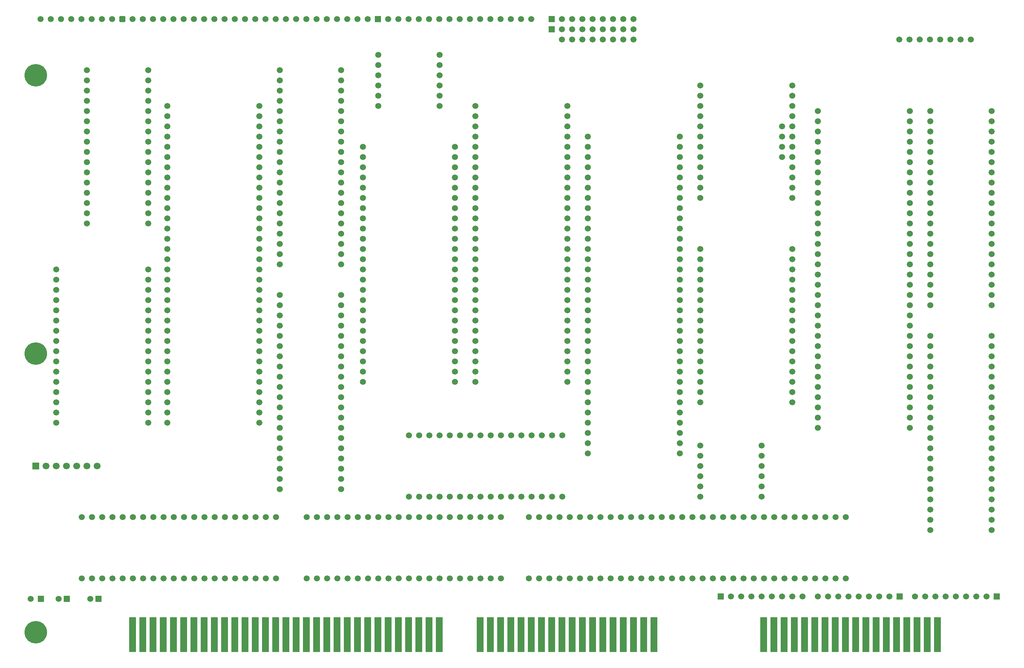
<source format=gbs>
%TF.GenerationSoftware,KiCad,Pcbnew,9.0.7-9.0.7~ubuntu24.04.1*%
%TF.CreationDate,2026-01-31T14:40:45+02:00*%
%TF.ProjectId,Processor Board,50726f63-6573-4736-9f72-20426f617264,V0*%
%TF.SameCoordinates,Original*%
%TF.FileFunction,Soldermask,Bot*%
%TF.FilePolarity,Negative*%
%FSLAX46Y46*%
G04 Gerber Fmt 4.6, Leading zero omitted, Abs format (unit mm)*
G04 Created by KiCad (PCBNEW 9.0.7-9.0.7~ubuntu24.04.1) date 2026-01-31 14:40:45*
%MOMM*%
%LPD*%
G01*
G04 APERTURE LIST*
G04 Aperture macros list*
%AMRoundRect*
0 Rectangle with rounded corners*
0 $1 Rounding radius*
0 $2 $3 $4 $5 $6 $7 $8 $9 X,Y pos of 4 corners*
0 Add a 4 corners polygon primitive as box body*
4,1,4,$2,$3,$4,$5,$6,$7,$8,$9,$2,$3,0*
0 Add four circle primitives for the rounded corners*
1,1,$1+$1,$2,$3*
1,1,$1+$1,$4,$5*
1,1,$1+$1,$6,$7*
1,1,$1+$1,$8,$9*
0 Add four rect primitives between the rounded corners*
20,1,$1+$1,$2,$3,$4,$5,0*
20,1,$1+$1,$4,$5,$6,$7,0*
20,1,$1+$1,$6,$7,$8,$9,0*
20,1,$1+$1,$8,$9,$2,$3,0*%
G04 Aperture macros list end*
%ADD10C,1.500000*%
%ADD11R,1.780000X8.620000*%
%ADD12R,1.600000X1.600000*%
%ADD13RoundRect,0.262467X-0.537533X-0.537533X0.537533X-0.537533X0.537533X0.537533X-0.537533X0.537533X0*%
%ADD14C,1.700000*%
%ADD15R,1.700000X1.700000*%
%ADD16R,1.500000X1.500000*%
%ADD17RoundRect,0.400000X-0.400000X-0.400000X0.400000X-0.400000X0.400000X0.400000X-0.400000X0.400000X0*%
%ADD18C,5.600000*%
G04 APERTURE END LIST*
D10*
%TO.C,B10*%
X3810000Y139700000D03*
X3810000Y137160000D03*
X3810000Y134620000D03*
X3810000Y132080000D03*
X3810000Y129540000D03*
X3810000Y127000000D03*
X3810000Y124460000D03*
X3810000Y121920000D03*
X3810000Y119380000D03*
X3810000Y116840000D03*
X3810000Y114300000D03*
X3810000Y111760000D03*
X3810000Y109220000D03*
X3810000Y106680000D03*
X3810000Y104140000D03*
X3810000Y101600000D03*
X-11430000Y101600000D03*
X-11430000Y104140000D03*
X-11430000Y106680000D03*
X-11430000Y109220000D03*
X-11430000Y111760000D03*
X-11430000Y114300000D03*
X-11430000Y116840000D03*
X-11430000Y119380000D03*
X-11430000Y121920000D03*
X-11430000Y124460000D03*
X-11430000Y127000000D03*
X-11430000Y129540000D03*
X-11430000Y132080000D03*
X-11430000Y134620000D03*
X-11430000Y137160000D03*
X-11430000Y139700000D03*
%TD*%
D11*
%TO.C,J1*%
X199908248Y-635000D03*
X197368248Y-635000D03*
X194828248Y-635000D03*
X192288248Y-635000D03*
X189748248Y-635000D03*
X187208248Y-635000D03*
X184668248Y-635000D03*
X182128248Y-635000D03*
X179588248Y-635000D03*
X177048248Y-635000D03*
X174508248Y-635000D03*
X171968248Y-635000D03*
X169428248Y-635000D03*
X166888248Y-635000D03*
X164348248Y-635000D03*
X161808248Y-635000D03*
X159268248Y-635000D03*
X156728248Y-635000D03*
%TD*%
D10*
%TO.C,B18*%
X208229200Y147320000D03*
X205689200Y147320000D03*
X203149200Y147320000D03*
X200609200Y147320000D03*
X198069200Y147320000D03*
X195529200Y147320000D03*
X192989200Y147320000D03*
X190449200Y147320000D03*
X124409201Y147320000D03*
X121869200Y147320000D03*
X119329200Y147320000D03*
X116789200Y147320000D03*
X114249200Y147320000D03*
X111709199Y147320000D03*
X109169200Y147320000D03*
X106629200Y147320000D03*
X124409200Y149860000D03*
X121869200Y149860000D03*
X119329200Y149860000D03*
X116789200Y149860000D03*
X114249200Y149860000D03*
X111709200Y149860000D03*
X109169200Y149860000D03*
X106629200Y149860000D03*
D12*
X104089200Y149860000D03*
D10*
X124409200Y152400000D03*
X121869200Y152400000D03*
X119329200Y152400000D03*
X116789200Y152400000D03*
X114249200Y152400000D03*
X111709200Y152400000D03*
X109169200Y152400000D03*
X106629200Y152400000D03*
D13*
X104089200Y152400000D03*
%TD*%
D10*
%TO.C,B5*%
X107950000Y130810000D03*
X107950000Y128270000D03*
X107950000Y125730000D03*
X107950000Y123190000D03*
X107950000Y120650000D03*
X107950000Y118110000D03*
X107950000Y115570000D03*
X107950000Y113030000D03*
X107950000Y110490000D03*
X107950000Y107950000D03*
X107950000Y105410000D03*
X107950000Y102870000D03*
X107950000Y100330000D03*
X107950000Y97790000D03*
X107950000Y95250000D03*
X107950000Y92710000D03*
X107950000Y90170000D03*
X107950000Y87630000D03*
X107950000Y85090000D03*
X107950000Y82550000D03*
X107950000Y80010000D03*
X107950000Y77470000D03*
X107950000Y74930000D03*
X107950000Y72390000D03*
X107950000Y69850000D03*
X107950000Y67310000D03*
X107950000Y64770000D03*
X107950000Y62230000D03*
X85090000Y62230000D03*
X85090000Y64770000D03*
X85090000Y67310000D03*
X85090000Y69850000D03*
X85090000Y72390000D03*
X85090000Y74930000D03*
X85090000Y77470000D03*
X85090000Y80010000D03*
X85090000Y82550000D03*
X85090000Y85090000D03*
X85090000Y87630000D03*
X85090000Y90170000D03*
X85090000Y92710000D03*
X85090000Y95250000D03*
X85090000Y97790000D03*
X85090000Y100330000D03*
X85090000Y102870000D03*
X85090000Y105410000D03*
X85090000Y107950000D03*
X85090000Y110490000D03*
X85090000Y113030000D03*
X85090000Y115570000D03*
X85090000Y118110000D03*
X85090000Y120650000D03*
X85090000Y123190000D03*
X85090000Y125730000D03*
X85090000Y128270000D03*
X85090000Y130810000D03*
%TD*%
%TO.C,B3*%
X213360000Y129540000D03*
X213360000Y127000000D03*
X213360000Y124460000D03*
X213360000Y121920000D03*
X213360000Y119380000D03*
X213360000Y116840000D03*
X213360000Y114300000D03*
X213360000Y111760000D03*
X213360000Y109220000D03*
X213360000Y106680000D03*
X213360000Y104140000D03*
X213360000Y101600000D03*
X213360000Y99060000D03*
X213360000Y96520000D03*
X213360000Y93980000D03*
X213360000Y91440000D03*
X213360000Y88900000D03*
X213360000Y86360000D03*
X213360000Y83820000D03*
X213360000Y81280000D03*
X198120000Y81280000D03*
X198120000Y83820000D03*
X198120000Y86360000D03*
X198120000Y88900000D03*
X198120000Y91440000D03*
X198120000Y93980000D03*
X198120000Y96520000D03*
X198120000Y99060000D03*
X198120000Y101600000D03*
X198120000Y104140000D03*
X198120000Y106680000D03*
X198120000Y109220000D03*
X198120000Y111760000D03*
X198120000Y114300000D03*
X198120000Y116840000D03*
X198120000Y119380000D03*
X198120000Y121920000D03*
X198120000Y124460000D03*
X198120000Y127000000D03*
X198120000Y129540000D03*
%TD*%
D14*
%TO.C,J2*%
X-8898000Y41275000D03*
X-11438000Y41275000D03*
X-13978000Y41275000D03*
X-16518000Y41275000D03*
X-19058000Y41275000D03*
X-21598000Y41275000D03*
D15*
X-24138000Y41275000D03*
%TD*%
D10*
%TO.C,B9*%
X35552000Y13335000D03*
X33012000Y13335000D03*
X30472000Y13335000D03*
X27932000Y13335000D03*
X25392000Y13335000D03*
X22852000Y13335000D03*
X20312000Y13335000D03*
X17772000Y13335000D03*
X15232000Y13335000D03*
X12692000Y13335000D03*
X10152000Y13335000D03*
X7612000Y13335000D03*
X5072000Y13335000D03*
X2532000Y13335000D03*
X-8000Y13335000D03*
X-2548000Y13335000D03*
X-5088000Y13335000D03*
X-7628000Y13335000D03*
X-10168000Y13335000D03*
X-12708000Y13335000D03*
X-12708000Y28575000D03*
X-10168000Y28575000D03*
X-7628000Y28575000D03*
X-5088000Y28575000D03*
X-2548000Y28575000D03*
X-8000Y28575000D03*
X2532000Y28575000D03*
X5072000Y28575000D03*
X7612000Y28575000D03*
X10152000Y28575000D03*
X12692000Y28575000D03*
X15232000Y28575000D03*
X17772000Y28575000D03*
X20312000Y28575000D03*
X22852000Y28575000D03*
X25392000Y28575000D03*
X27932000Y28575000D03*
X30472000Y28575000D03*
X33012000Y28575000D03*
X35552000Y28575000D03*
%TD*%
%TO.C,B11*%
X3810000Y90170000D03*
X3810000Y87630000D03*
X3810000Y85090000D03*
X3810000Y82550000D03*
X3810000Y80010000D03*
X3810000Y77470000D03*
X3810000Y74930000D03*
X3810000Y72390000D03*
X3810000Y69850000D03*
X3810000Y67310000D03*
X3810000Y64770000D03*
X3810000Y62230000D03*
X3810000Y59690000D03*
X3810000Y57150000D03*
X3810000Y54610000D03*
X3810000Y52070000D03*
X-19050000Y52070000D03*
X-19050000Y54610000D03*
X-19050000Y57150000D03*
X-19050000Y59690000D03*
X-19050000Y62230000D03*
X-19050000Y64770000D03*
X-19050000Y67310000D03*
X-19050000Y69850000D03*
X-19050000Y72390000D03*
X-19050000Y74930000D03*
X-19050000Y77470000D03*
X-19050000Y80010000D03*
X-19050000Y82550000D03*
X-19050000Y85090000D03*
X-19050000Y87630000D03*
X-19050000Y90170000D03*
%TD*%
%TO.C,RN8*%
X194310000Y8890000D03*
X196850000Y8890000D03*
X199390000Y8890000D03*
X201930000Y8890000D03*
X204470000Y8890000D03*
X207010000Y8890000D03*
X209550000Y8890000D03*
X212090000Y8890000D03*
D16*
X214630000Y8890000D03*
%TD*%
D10*
%TO.C,B13*%
X99009200Y152400000D03*
X96469200Y152400000D03*
X93929200Y152400000D03*
X91389200Y152400000D03*
X88849200Y152400000D03*
X86309200Y152400000D03*
X83769200Y152400000D03*
X81229200Y152400000D03*
X78689200Y152400000D03*
X76149200Y152400000D03*
X73609200Y152400000D03*
X71069200Y152400000D03*
X68529200Y152400000D03*
X65989200Y152400000D03*
X63449200Y152400000D03*
D12*
X60909200Y152400000D03*
D10*
X58369200Y152400000D03*
X55829200Y152400000D03*
X53289200Y152400000D03*
X50749200Y152400000D03*
X48209200Y152400000D03*
X45669200Y152400000D03*
X43129200Y152400000D03*
X40589200Y152400000D03*
X38049200Y152400000D03*
X35509200Y152400000D03*
X32969200Y152400000D03*
X30429200Y152400000D03*
X27889200Y152400000D03*
X25349200Y152400000D03*
X22809200Y152400000D03*
X20269200Y152400000D03*
X17729200Y152400000D03*
X15189200Y152400000D03*
X12649200Y152400000D03*
X10109200Y152400000D03*
X7569200Y152400000D03*
X5029200Y152400000D03*
X2489200Y152400000D03*
X-50800Y152400000D03*
D17*
X-2590800Y152400000D03*
D10*
X-5130800Y152400000D03*
X-7670800Y152400000D03*
X-10210800Y152400000D03*
X-12750800Y152400000D03*
X-15290800Y152400000D03*
X-17830800Y152400000D03*
X-20370800Y152400000D03*
X-22910800Y152400000D03*
%TD*%
%TO.C,B14*%
X51792500Y139700000D03*
X51792500Y137160000D03*
X51792500Y134620000D03*
X51792500Y132080000D03*
X51792500Y129540000D03*
X51792500Y127000000D03*
X51792500Y124460000D03*
X51792500Y121920000D03*
X51792500Y119380000D03*
X51792500Y116840000D03*
X51792500Y114300000D03*
X51792500Y111760000D03*
X51792500Y109220000D03*
X51792500Y106680000D03*
X51792500Y104140000D03*
X51792500Y101600000D03*
X51792500Y99060000D03*
X51792500Y96520000D03*
X51792500Y93980000D03*
X51792500Y91440000D03*
X36552500Y91440000D03*
X36552500Y93980000D03*
X36552500Y96520000D03*
X36552500Y99060000D03*
X36552500Y101600000D03*
X36552500Y104140000D03*
X36552500Y106680000D03*
X36552500Y109220000D03*
X36552500Y111760000D03*
X36552500Y114300000D03*
X36552500Y116840000D03*
X36552500Y119380000D03*
X36552500Y121920000D03*
X36552500Y124460000D03*
X36552500Y127000000D03*
X36552500Y129540000D03*
X36552500Y132080000D03*
X36552500Y134620000D03*
X36552500Y137160000D03*
X36552500Y139700000D03*
%TD*%
%TO.C,B19*%
X156210000Y46355000D03*
X156210000Y43815000D03*
X156210000Y41275000D03*
X156210000Y38735000D03*
X156210000Y36195000D03*
X156210000Y33655000D03*
X140970000Y33655000D03*
X140970000Y36195000D03*
X140970000Y38735000D03*
X140970000Y41275000D03*
X140970000Y43815000D03*
X140970000Y46355000D03*
%TD*%
%TO.C,C4*%
X-18391000Y8255000D03*
D16*
X-16391000Y8255000D03*
%TD*%
D18*
%TO.C,H8*%
X-24130000Y138430000D03*
%TD*%
D10*
%TO.C,B15*%
X106680000Y33655000D03*
X104140000Y33655000D03*
X101600000Y33655000D03*
X99060000Y33655000D03*
X96520000Y33655000D03*
X93980000Y33655000D03*
X91440000Y33655000D03*
X88900000Y33655000D03*
X86360000Y33655000D03*
X83820000Y33655000D03*
X81280000Y33655000D03*
X78740000Y33655000D03*
X76200000Y33655000D03*
X73660000Y33655000D03*
X71120000Y33655000D03*
X68580000Y33655000D03*
X68580000Y48895000D03*
X71120000Y48895000D03*
X73660000Y48895000D03*
X76200000Y48895000D03*
X78740000Y48895000D03*
X81280000Y48895000D03*
X83820000Y48895000D03*
X86360000Y48895000D03*
X88900000Y48895000D03*
X91440000Y48895000D03*
X93980000Y48895000D03*
X96520000Y48895000D03*
X99060000Y48895000D03*
X101600000Y48895000D03*
X104140000Y48895000D03*
X106680000Y48895000D03*
%TD*%
%TO.C,RN9*%
X170180000Y8890000D03*
X172720000Y8890000D03*
X175260000Y8890000D03*
X177800000Y8890000D03*
X180340000Y8890000D03*
X182880000Y8890000D03*
X185420000Y8890000D03*
X187960000Y8890000D03*
D16*
X190500000Y8890000D03*
%TD*%
D10*
%TO.C,B6*%
X31472500Y130810000D03*
X31472500Y128270000D03*
X31472500Y125730000D03*
X31472500Y123190000D03*
X31472500Y120650000D03*
X31472500Y118110000D03*
X31472500Y115570000D03*
X31472500Y113030000D03*
X31472500Y110490000D03*
X31472500Y107950000D03*
X31472500Y105410000D03*
X31472500Y102870000D03*
X31472500Y100330000D03*
X31472500Y97790000D03*
X31472500Y95250000D03*
X31472500Y92710000D03*
X31472500Y90170000D03*
X31472500Y87630000D03*
X31472500Y85090000D03*
X31472500Y82550000D03*
X31472500Y80010000D03*
X31472500Y77470000D03*
X31472500Y74930000D03*
X31472500Y72390000D03*
X31472500Y69850000D03*
X31472500Y67310000D03*
X31472500Y64770000D03*
X31472500Y62230000D03*
X31472500Y59690000D03*
X31472500Y57150000D03*
X31472500Y54610000D03*
X31472500Y52070000D03*
X8612500Y52070000D03*
X8612500Y54610000D03*
X8612500Y57150000D03*
X8612500Y59690000D03*
X8612500Y62230000D03*
X8612500Y64770000D03*
X8612500Y67310000D03*
X8612500Y69850000D03*
X8612500Y72390000D03*
X8612500Y74930000D03*
X8612500Y77470000D03*
X8612500Y80010000D03*
X8612500Y82550000D03*
X8612500Y85090000D03*
X8612500Y87630000D03*
X8612500Y90170000D03*
X8612500Y92710000D03*
X8612500Y95250000D03*
X8612500Y97790000D03*
X8612500Y100330000D03*
X8612500Y102870000D03*
X8612500Y105410000D03*
X8612500Y107950000D03*
X8612500Y110490000D03*
X8612500Y113030000D03*
X8612500Y115570000D03*
X8612500Y118110000D03*
X8612500Y120650000D03*
X8612500Y123190000D03*
X8612500Y125730000D03*
X8612500Y128270000D03*
X8612500Y130810000D03*
%TD*%
%TO.C,B16*%
X51792500Y83820000D03*
X51792500Y81280000D03*
X51792500Y78740000D03*
X51792500Y76200000D03*
X51792500Y73660000D03*
X51792500Y71120000D03*
X51792500Y68580000D03*
X51792500Y66040000D03*
X51792500Y63500000D03*
X51792500Y60960000D03*
X51792500Y58420000D03*
X51792500Y55880000D03*
X51792500Y53340000D03*
X51792500Y50800000D03*
X51792500Y48260000D03*
X51792500Y45720000D03*
X51792500Y43180000D03*
X51792500Y40640000D03*
X51792500Y38100000D03*
X51792500Y35560000D03*
X36552500Y35560000D03*
X36552500Y38100000D03*
X36552500Y40640000D03*
X36552500Y43180000D03*
X36552500Y45720000D03*
X36552500Y48260000D03*
X36552500Y50800000D03*
X36552500Y53340000D03*
X36552500Y55880000D03*
X36552500Y58420000D03*
X36552500Y60960000D03*
X36552500Y63500000D03*
X36552500Y66040000D03*
X36552500Y68580000D03*
X36552500Y71120000D03*
X36552500Y73660000D03*
X36552500Y76200000D03*
X36552500Y78740000D03*
X36552500Y81280000D03*
X36552500Y83820000D03*
%TD*%
%TO.C,LED2*%
X-25408000Y8255000D03*
D16*
X-22868000Y8255000D03*
%TD*%
D10*
%TO.C,B21*%
X76200000Y143510000D03*
X76200000Y140970000D03*
X76200000Y138430000D03*
X76200000Y135890000D03*
X76200000Y133350000D03*
X76200000Y130810000D03*
X60960000Y130810000D03*
X60960000Y133350000D03*
X60960000Y135890000D03*
X60960000Y138430000D03*
X60960000Y140970000D03*
X60960000Y143510000D03*
%TD*%
%TO.C,C3*%
X-10549000Y8255000D03*
D16*
X-8549000Y8255000D03*
%TD*%
D10*
%TO.C,B1*%
X135890000Y123190000D03*
X135890000Y120650000D03*
X135890000Y118110000D03*
X135890000Y115570000D03*
X135890000Y113030000D03*
X135890000Y110490000D03*
X135890000Y107950000D03*
X135890000Y105410000D03*
X135890000Y102870000D03*
X135890000Y100330000D03*
X135890000Y97790000D03*
X135890000Y95250000D03*
X135890000Y92710000D03*
X135890000Y90170000D03*
X135890000Y87630000D03*
X135890000Y85090000D03*
X135890000Y82550000D03*
X135890000Y80010000D03*
X135890000Y77470000D03*
X135890000Y74930000D03*
X135890000Y72390000D03*
X135890000Y69850000D03*
X135890000Y67310000D03*
X135890000Y64770000D03*
X135890000Y62230000D03*
X135890000Y59690000D03*
X135890000Y57150000D03*
X135890000Y54610000D03*
X135890000Y52070000D03*
X135890000Y49530000D03*
X135890000Y46990000D03*
X135890000Y44450000D03*
X113030000Y44450000D03*
X113030000Y46990000D03*
X113030000Y49530000D03*
X113030000Y52070000D03*
X113030000Y54610000D03*
X113030000Y57150000D03*
X113030000Y59690000D03*
X113030000Y62230000D03*
X113030000Y64770000D03*
X113030000Y67310000D03*
X113030000Y69850000D03*
X113030000Y72390000D03*
X113030000Y74930000D03*
X113030000Y77470000D03*
X113030000Y80010000D03*
X113030000Y82550000D03*
X113030000Y85090000D03*
X113030000Y87630000D03*
X113030000Y90170000D03*
X113030000Y92710000D03*
X113030000Y95250000D03*
X113030000Y97790000D03*
X113030000Y100330000D03*
X113030000Y102870000D03*
X113030000Y105410000D03*
X113030000Y107950000D03*
X113030000Y110490000D03*
X113030000Y113030000D03*
X113030000Y115570000D03*
X113030000Y118110000D03*
X113030000Y120650000D03*
X113030000Y123190000D03*
%TD*%
D18*
%TO.C,H16*%
X-24130000Y69215000D03*
%TD*%
D10*
%TO.C,B20*%
X161290000Y125730000D03*
X161290000Y123190000D03*
X161290000Y120650000D03*
X161290000Y118110000D03*
X163830000Y135890000D03*
X163830000Y133350000D03*
X163830000Y130810000D03*
X163830000Y128270000D03*
X163830000Y125730000D03*
X163830000Y123190000D03*
X163830000Y120650000D03*
X163830000Y118110000D03*
X163830000Y115570000D03*
X163830000Y113030000D03*
X163830000Y110490000D03*
X163830000Y107950000D03*
X140970000Y107950000D03*
X140970000Y110490000D03*
X140970000Y113030000D03*
X140970000Y115570000D03*
X140970000Y118110000D03*
X140970000Y120650000D03*
X140970000Y123190000D03*
X140970000Y125730000D03*
X140970000Y128270000D03*
X140970000Y130810000D03*
X140970000Y133350000D03*
X140970000Y135890000D03*
%TD*%
%TO.C,B4*%
X80010000Y120650000D03*
X80010000Y118110000D03*
X80010000Y115570000D03*
X80010000Y113030000D03*
X80010000Y110490000D03*
X80010000Y107950000D03*
X80010000Y105410000D03*
X80010000Y102870000D03*
X80010000Y100330000D03*
X80010000Y97790000D03*
X80010000Y95250000D03*
X80010000Y92710000D03*
X80010000Y90170000D03*
X80010000Y87630000D03*
X80010000Y85090000D03*
X80010000Y82550000D03*
X80010000Y80010000D03*
X80010000Y77470000D03*
X80010000Y74930000D03*
X80010000Y72390000D03*
X80010000Y69850000D03*
X80010000Y67310000D03*
X80010000Y64770000D03*
X80010000Y62230000D03*
X57150000Y62230000D03*
X57150000Y64770000D03*
X57150000Y67310000D03*
X57150000Y69850000D03*
X57150000Y72390000D03*
X57150000Y74930000D03*
X57150000Y77470000D03*
X57150000Y80010000D03*
X57150000Y82550000D03*
X57150000Y85090000D03*
X57150000Y87630000D03*
X57150000Y90170000D03*
X57150000Y92710000D03*
X57150000Y95250000D03*
X57150000Y97790000D03*
X57150000Y100330000D03*
X57150000Y102870000D03*
X57150000Y105410000D03*
X57150000Y107950000D03*
X57150000Y110490000D03*
X57150000Y113030000D03*
X57150000Y115570000D03*
X57150000Y118110000D03*
X57150000Y120650000D03*
%TD*%
%TO.C,B2*%
X163830000Y95250000D03*
X163830000Y92710000D03*
X163830000Y90170000D03*
X163830000Y87630000D03*
X163830000Y85090000D03*
X163830000Y82550000D03*
X163830000Y80010000D03*
X163830000Y77470000D03*
X163830000Y74930000D03*
X163830000Y72390000D03*
X163830000Y69850000D03*
X163830000Y67310000D03*
X163830000Y64770000D03*
X163830000Y62230000D03*
X163830000Y59690000D03*
X163830000Y57150000D03*
X140970000Y57150000D03*
X140970000Y59690000D03*
X140970000Y62230000D03*
X140970000Y64770000D03*
X140970000Y67310000D03*
X140970000Y69850000D03*
X140970000Y72390000D03*
X140970000Y74930000D03*
X140970000Y77470000D03*
X140970000Y80010000D03*
X140970000Y82550000D03*
X140970000Y85090000D03*
X140970000Y87630000D03*
X140970000Y90170000D03*
X140970000Y92710000D03*
X140970000Y95250000D03*
%TD*%
D11*
%TO.C,J5*%
X129489200Y-635000D03*
X126949200Y-635000D03*
X124409200Y-635000D03*
X121869200Y-635000D03*
X119329200Y-635000D03*
X116789200Y-635000D03*
X114249200Y-635000D03*
X111709200Y-635000D03*
X109169200Y-635000D03*
X106629200Y-635000D03*
X104089200Y-635000D03*
X101549200Y-635000D03*
X99009200Y-635000D03*
X96469200Y-635000D03*
X93929200Y-635000D03*
X91389200Y-635000D03*
X88849200Y-635000D03*
X86309200Y-635000D03*
X76149200Y-635000D03*
X73609200Y-635000D03*
X71069200Y-635000D03*
X68529200Y-635000D03*
X65989200Y-635000D03*
X63449200Y-635000D03*
X60909200Y-635000D03*
X58369200Y-635000D03*
X55829200Y-635000D03*
X53289200Y-635000D03*
X50749200Y-635000D03*
X48209200Y-635000D03*
X45669200Y-635000D03*
X43129200Y-635000D03*
X40589200Y-635000D03*
X38049200Y-635000D03*
X35509200Y-635000D03*
X32969200Y-635000D03*
X30429200Y-635000D03*
X27889200Y-635000D03*
X25349200Y-635000D03*
X22809200Y-635000D03*
X20269200Y-635000D03*
X17729200Y-635000D03*
X15189200Y-635000D03*
X12649200Y-635000D03*
X10109200Y-635000D03*
X7569200Y-635000D03*
X5029200Y-635000D03*
X2489200Y-635000D03*
X-50800Y-635000D03*
%TD*%
D10*
%TO.C,RN7*%
X166370000Y8890000D03*
X163830000Y8890000D03*
X161290000Y8890000D03*
X158750000Y8890000D03*
X156210000Y8890000D03*
X153670000Y8890000D03*
X151130000Y8890000D03*
X148590000Y8890000D03*
D16*
X146050000Y8890000D03*
%TD*%
D10*
%TO.C,B8*%
X91432000Y13335000D03*
X88892000Y13335000D03*
X86352000Y13335000D03*
X83812000Y13335000D03*
X81272000Y13335000D03*
X78732000Y13335000D03*
X76192000Y13335000D03*
X73652000Y13335000D03*
X71112000Y13335000D03*
X68572000Y13335000D03*
X66032000Y13335000D03*
X63492000Y13335000D03*
X60952000Y13335000D03*
X58412000Y13335000D03*
X55872000Y13335000D03*
X53332000Y13335000D03*
X50792000Y13335000D03*
X48252000Y13335000D03*
X45712000Y13335000D03*
X43172000Y13335000D03*
X43172000Y28575000D03*
X45712000Y28575000D03*
X48252000Y28575000D03*
X50792000Y28575000D03*
X53332000Y28575000D03*
X55872000Y28575000D03*
X58412000Y28575000D03*
X60952000Y28575000D03*
X63492000Y28575000D03*
X66032000Y28575000D03*
X68572000Y28575000D03*
X71112000Y28575000D03*
X73652000Y28575000D03*
X76192000Y28575000D03*
X78732000Y28575000D03*
X81272000Y28575000D03*
X83812000Y28575000D03*
X86352000Y28575000D03*
X88892000Y28575000D03*
X91432000Y28575000D03*
%TD*%
%TO.C,B7*%
X177157000Y13335000D03*
X174617000Y13335000D03*
X172077000Y13335000D03*
X169537000Y13335000D03*
X166997000Y13335000D03*
X164457000Y13335000D03*
X161917000Y13335000D03*
X159377000Y13335000D03*
X156837000Y13335000D03*
X154297000Y13335000D03*
X151757000Y13335000D03*
X149217000Y13335000D03*
X146677000Y13335000D03*
X144137000Y13335000D03*
X141597000Y13335000D03*
X139057000Y13335000D03*
X136517000Y13335000D03*
X133977000Y13335000D03*
X131437000Y13335000D03*
X128897000Y13335000D03*
X126357000Y13335000D03*
X123817000Y13335000D03*
X121277000Y13335000D03*
X118737000Y13335000D03*
X116197000Y13335000D03*
X113657000Y13335000D03*
X111117000Y13335000D03*
X108577000Y13335000D03*
X106037000Y13335000D03*
X103497000Y13335000D03*
X100957000Y13335000D03*
X98417000Y13335000D03*
X98417000Y28575000D03*
X100957000Y28575000D03*
X103497000Y28575000D03*
X106037000Y28575000D03*
X108577000Y28575000D03*
X111117000Y28575000D03*
X113657000Y28575000D03*
X116197000Y28575000D03*
X118737000Y28575000D03*
X121277000Y28575000D03*
X123817000Y28575000D03*
X126357000Y28575000D03*
X128897000Y28575000D03*
X131437000Y28575000D03*
X133977000Y28575000D03*
X136517000Y28575000D03*
X139057000Y28575000D03*
X141597000Y28575000D03*
X144137000Y28575000D03*
X146677000Y28575000D03*
X149217000Y28575000D03*
X151757000Y28575000D03*
X154297000Y28575000D03*
X156837000Y28575000D03*
X159377000Y28575000D03*
X161917000Y28575000D03*
X164457000Y28575000D03*
X166997000Y28575000D03*
X169537000Y28575000D03*
X172077000Y28575000D03*
X174617000Y28575000D03*
X177157000Y28575000D03*
%TD*%
%TO.C,B12*%
X213360000Y73660000D03*
X213360000Y71120000D03*
X213360000Y68580000D03*
X213360000Y66040000D03*
X213360000Y63500000D03*
X213360000Y60960000D03*
X213360000Y58420000D03*
X213360000Y55880000D03*
X213360000Y53340000D03*
X213360000Y50800000D03*
X213360000Y48260000D03*
X213360000Y45720000D03*
X213360000Y43180000D03*
X213360000Y40640000D03*
X213360000Y38100000D03*
X213360000Y35560000D03*
X213360000Y33020000D03*
X213360000Y30480000D03*
X213360000Y27940000D03*
X213360000Y25400000D03*
X198120000Y25400000D03*
X198120000Y27940000D03*
X198120000Y30480000D03*
X198120000Y33020000D03*
X198120000Y35560000D03*
X198120000Y38100000D03*
X198120000Y40640000D03*
X198120000Y43180000D03*
X198120000Y45720000D03*
X198120000Y48260000D03*
X198120000Y50800000D03*
X198120000Y53340000D03*
X198120000Y55880000D03*
X198120000Y58420000D03*
X198120000Y60960000D03*
X198120000Y63500000D03*
X198120000Y66040000D03*
X198120000Y68580000D03*
X198120000Y71120000D03*
X198120000Y73660000D03*
%TD*%
D18*
%TO.C,H9*%
X-24130000Y0D03*
%TD*%
D10*
%TO.C,B17*%
X193040000Y129540000D03*
X193040000Y127000000D03*
X193040000Y124460000D03*
X193040000Y121920000D03*
X193040000Y119380000D03*
X193040000Y116840000D03*
X193040000Y114300000D03*
X193040000Y111760000D03*
X193040000Y109220000D03*
X193040000Y106680000D03*
X193040000Y104140000D03*
X193040000Y101600000D03*
X193040000Y99060000D03*
X193040000Y96520000D03*
X193040000Y93980000D03*
X193040000Y91440000D03*
X193040000Y88900000D03*
X193040000Y86360000D03*
X193040000Y83820000D03*
X193040000Y81280000D03*
X193040000Y78740000D03*
X193040000Y76200000D03*
X193040000Y73660000D03*
X193040000Y71120000D03*
X193040000Y68580000D03*
X193040000Y66040000D03*
X193040000Y63500000D03*
X193040000Y60960000D03*
X193040000Y58420000D03*
X193040000Y55880000D03*
X193040000Y53340000D03*
X193040000Y50800000D03*
X170180000Y50800000D03*
X170180000Y53340000D03*
X170180000Y55880000D03*
X170180000Y58420000D03*
X170180000Y60960000D03*
X170180000Y63500000D03*
X170180000Y66040000D03*
X170180000Y68580000D03*
X170180000Y71120000D03*
X170180000Y73660000D03*
X170180000Y76200000D03*
X170180000Y78740000D03*
X170180000Y81280000D03*
X170180000Y83820000D03*
X170180000Y86360000D03*
X170180000Y88900000D03*
X170180000Y91440000D03*
X170180000Y93980000D03*
X170180000Y96520000D03*
X170180000Y99060000D03*
X170180000Y101600000D03*
X170180000Y104140000D03*
X170180000Y106680000D03*
X170180000Y109220000D03*
X170180000Y111760000D03*
X170180000Y114300000D03*
X170180000Y116840000D03*
X170180000Y119380000D03*
X170180000Y121920000D03*
X170180000Y124460000D03*
X170180000Y127000000D03*
X170180000Y129540000D03*
%TD*%
M02*

</source>
